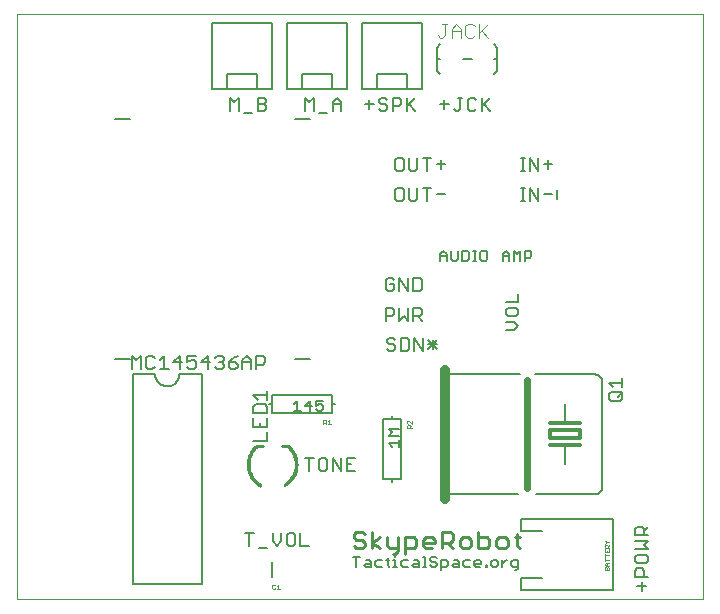
<source format=gto>
G75*
G70*
%OFA0B0*%
%FSLAX24Y24*%
%IPPOS*%
%LPD*%
%AMOC8*
5,1,8,0,0,1.08239X$1,22.5*
%
%ADD10C,0.0000*%
%ADD11C,0.0080*%
%ADD12C,0.0060*%
%ADD13C,0.0100*%
%ADD14C,0.0010*%
%ADD15C,0.0050*%
%ADD16C,0.0320*%
%ADD17C,0.0240*%
%ADD18C,0.0120*%
%ADD19C,0.0040*%
D10*
X000100Y010252D02*
X000100Y029748D01*
X022970Y029748D01*
X022970Y010252D01*
X000100Y010252D01*
D11*
X007703Y012463D02*
X007983Y012463D01*
X007843Y012463D02*
X007843Y012042D01*
X008163Y011972D02*
X008443Y011972D01*
X008623Y012182D02*
X008623Y012463D01*
X008623Y012182D02*
X008763Y012042D01*
X008904Y012182D01*
X008904Y012463D01*
X009084Y012393D02*
X009084Y012112D01*
X009154Y012042D01*
X009294Y012042D01*
X009364Y012112D01*
X009364Y012393D01*
X009294Y012463D01*
X009154Y012463D01*
X009084Y012393D01*
X009544Y012463D02*
X009544Y012042D01*
X009824Y012042D01*
X008600Y011502D02*
X008600Y011002D01*
X012300Y014252D02*
X012300Y016252D01*
X012600Y016252D01*
X012600Y016352D01*
X012600Y016252D02*
X012900Y016252D01*
X012900Y014252D01*
X012600Y014252D01*
X012600Y014152D01*
X012600Y014252D02*
X012300Y014252D01*
X011364Y014542D02*
X011084Y014542D01*
X011084Y014963D01*
X011364Y014963D01*
X011224Y014753D02*
X011084Y014753D01*
X010904Y014963D02*
X010904Y014542D01*
X010623Y014963D01*
X010623Y014542D01*
X010443Y014612D02*
X010443Y014893D01*
X010373Y014963D01*
X010233Y014963D01*
X010163Y014893D01*
X010163Y014612D01*
X010233Y014542D01*
X010373Y014542D01*
X010443Y014612D01*
X009983Y014963D02*
X009703Y014963D01*
X009843Y014963D02*
X009843Y014542D01*
X010600Y016452D02*
X008600Y016452D01*
X008600Y016752D01*
X008500Y016752D01*
X008600Y016752D02*
X008600Y017052D01*
X010600Y017052D01*
X010600Y016752D01*
X010700Y016752D01*
X010600Y016752D02*
X010600Y016452D01*
X009850Y018252D02*
X009350Y018252D01*
X012423Y018612D02*
X012493Y018542D01*
X012634Y018542D01*
X012704Y018612D01*
X012704Y018682D01*
X012634Y018753D01*
X012493Y018753D01*
X012423Y018823D01*
X012423Y018893D01*
X012493Y018963D01*
X012634Y018963D01*
X012704Y018893D01*
X012884Y018963D02*
X012884Y018542D01*
X013094Y018542D01*
X013164Y018612D01*
X013164Y018893D01*
X013094Y018963D01*
X012884Y018963D01*
X013344Y018963D02*
X013344Y018542D01*
X013624Y018542D02*
X013344Y018963D01*
X013624Y018963D02*
X013624Y018542D01*
X013805Y018612D02*
X014085Y018893D01*
X013945Y018893D02*
X013945Y018612D01*
X014085Y018612D02*
X013805Y018893D01*
X013805Y018753D02*
X014085Y018753D01*
X013585Y019542D02*
X013445Y019682D01*
X013515Y019682D02*
X013305Y019682D01*
X013305Y019542D02*
X013305Y019963D01*
X013515Y019963D01*
X013585Y019893D01*
X013585Y019753D01*
X013515Y019682D01*
X013124Y019542D02*
X013124Y019963D01*
X012844Y019963D02*
X012844Y019542D01*
X012984Y019682D01*
X013124Y019542D01*
X012664Y019753D02*
X012594Y019682D01*
X012384Y019682D01*
X012384Y019542D02*
X012384Y019963D01*
X012594Y019963D01*
X012664Y019893D01*
X012664Y019753D01*
X012594Y020542D02*
X012664Y020612D01*
X012664Y020753D01*
X012524Y020753D01*
X012664Y020893D02*
X012594Y020963D01*
X012454Y020963D01*
X012384Y020893D01*
X012384Y020612D01*
X012454Y020542D01*
X012594Y020542D01*
X012844Y020542D02*
X012844Y020963D01*
X013124Y020542D01*
X013124Y020963D01*
X013305Y020963D02*
X013515Y020963D01*
X013585Y020893D01*
X013585Y020612D01*
X013515Y020542D01*
X013305Y020542D01*
X013305Y020963D01*
X013373Y023542D02*
X013443Y023612D01*
X013443Y023963D01*
X013623Y023963D02*
X013904Y023963D01*
X013763Y023963D02*
X013763Y023542D01*
X014084Y023753D02*
X014364Y023753D01*
X014224Y024612D02*
X014224Y024893D01*
X014084Y024753D02*
X014364Y024753D01*
X013904Y024963D02*
X013623Y024963D01*
X013763Y024963D02*
X013763Y024542D01*
X013443Y024612D02*
X013443Y024963D01*
X013163Y024963D02*
X013163Y024612D01*
X013233Y024542D01*
X013373Y024542D01*
X013443Y024612D01*
X012983Y024612D02*
X012983Y024893D01*
X012913Y024963D01*
X012773Y024963D01*
X012703Y024893D01*
X012703Y024612D01*
X012773Y024542D01*
X012913Y024542D01*
X012983Y024612D01*
X012913Y023963D02*
X012983Y023893D01*
X012983Y023612D01*
X012913Y023542D01*
X012773Y023542D01*
X012703Y023612D01*
X012703Y023893D01*
X012773Y023963D01*
X012913Y023963D01*
X013163Y023963D02*
X013163Y023612D01*
X013233Y023542D01*
X013373Y023542D01*
X016890Y023542D02*
X017030Y023542D01*
X016960Y023542D02*
X016960Y023963D01*
X016890Y023963D02*
X017030Y023963D01*
X017197Y023963D02*
X017477Y023542D01*
X017477Y023963D01*
X017657Y023753D02*
X017938Y023753D01*
X018100Y023885D02*
X018100Y023605D01*
X017197Y023542D02*
X017197Y023963D01*
X017197Y024542D02*
X017197Y024963D01*
X017477Y024542D01*
X017477Y024963D01*
X017657Y024753D02*
X017938Y024753D01*
X017797Y024893D02*
X017797Y024612D01*
X017030Y024542D02*
X016890Y024542D01*
X016960Y024542D02*
X016960Y024963D01*
X016890Y024963D02*
X017030Y024963D01*
X015864Y026542D02*
X015654Y026753D01*
X015584Y026682D02*
X015864Y026963D01*
X015584Y026963D02*
X015584Y026542D01*
X015404Y026612D02*
X015333Y026542D01*
X015193Y026542D01*
X015123Y026612D01*
X015123Y026893D01*
X015193Y026963D01*
X015333Y026963D01*
X015404Y026893D01*
X014943Y026963D02*
X014803Y026963D01*
X014873Y026963D02*
X014873Y026612D01*
X014803Y026542D01*
X014733Y026542D01*
X014663Y026612D01*
X014483Y026753D02*
X014203Y026753D01*
X014343Y026893D02*
X014343Y026612D01*
X013364Y026542D02*
X013154Y026753D01*
X013084Y026682D02*
X013364Y026963D01*
X013084Y026963D02*
X013084Y026542D01*
X012904Y026753D02*
X012833Y026682D01*
X012623Y026682D01*
X012623Y026542D02*
X012623Y026963D01*
X012833Y026963D01*
X012904Y026893D01*
X012904Y026753D01*
X012443Y026682D02*
X012443Y026612D01*
X012373Y026542D01*
X012233Y026542D01*
X012163Y026612D01*
X012233Y026753D02*
X012373Y026753D01*
X012443Y026682D01*
X012443Y026893D02*
X012373Y026963D01*
X012233Y026963D01*
X012163Y026893D01*
X012163Y026823D01*
X012233Y026753D01*
X011983Y026753D02*
X011703Y026753D01*
X011843Y026893D02*
X011843Y026612D01*
X010904Y026542D02*
X010904Y026823D01*
X010763Y026963D01*
X010623Y026823D01*
X010623Y026542D01*
X010443Y026472D02*
X010163Y026472D01*
X009983Y026542D02*
X009983Y026963D01*
X009843Y026823D01*
X009703Y026963D01*
X009703Y026542D01*
X009850Y026252D02*
X009350Y026252D01*
X008404Y026612D02*
X008333Y026542D01*
X008123Y026542D01*
X008123Y026963D01*
X008333Y026963D01*
X008404Y026893D01*
X008404Y026823D01*
X008333Y026753D01*
X008123Y026753D01*
X008333Y026753D02*
X008404Y026682D01*
X008404Y026612D01*
X007943Y026472D02*
X007663Y026472D01*
X007483Y026542D02*
X007483Y026963D01*
X007343Y026823D01*
X007203Y026963D01*
X007203Y026542D01*
X003850Y026252D02*
X003350Y026252D01*
X010623Y026753D02*
X010904Y026753D01*
X014100Y027862D02*
X014210Y027752D01*
X014100Y027862D02*
X014100Y028252D01*
X014100Y028642D01*
X014210Y028752D01*
X014200Y028252D02*
X014100Y028252D01*
X014950Y028252D02*
X015250Y028252D01*
X016000Y028252D02*
X016100Y028252D01*
X016100Y028642D01*
X015990Y028752D01*
X016100Y028252D02*
X016100Y027862D01*
X015990Y027752D01*
X016810Y020431D02*
X016810Y020151D01*
X016390Y020151D01*
X016460Y019971D02*
X016390Y019900D01*
X016390Y019760D01*
X016460Y019690D01*
X016740Y019690D01*
X016810Y019760D01*
X016810Y019900D01*
X016740Y019971D01*
X016460Y019971D01*
X016390Y019510D02*
X016670Y019510D01*
X016810Y019370D01*
X016670Y019230D01*
X016390Y019230D01*
X016891Y012933D02*
X019962Y012933D01*
X019962Y010571D01*
X016891Y010571D01*
X016891Y010965D01*
X017600Y010965D01*
X017600Y012540D02*
X016891Y012540D01*
X016891Y012933D01*
X020702Y012594D02*
X020702Y012384D01*
X021123Y012384D01*
X020982Y012384D02*
X020982Y012594D01*
X020912Y012664D01*
X020772Y012664D01*
X020702Y012594D01*
X020982Y012524D02*
X021123Y012664D01*
X021123Y012204D02*
X020702Y012204D01*
X020702Y011924D02*
X021123Y011924D01*
X020982Y012064D01*
X021123Y012204D01*
X021052Y011743D02*
X020772Y011743D01*
X020702Y011673D01*
X020702Y011533D01*
X020772Y011463D01*
X021052Y011463D01*
X021123Y011533D01*
X021123Y011673D01*
X021052Y011743D01*
X020912Y011283D02*
X020772Y011283D01*
X020702Y011213D01*
X020702Y011003D01*
X021123Y011003D01*
X020982Y011003D02*
X020982Y011213D01*
X020912Y011283D01*
X020912Y010823D02*
X020912Y010542D01*
X020772Y010682D02*
X021052Y010682D01*
X003850Y018252D02*
X003350Y018252D01*
D12*
X003950Y017752D02*
X004700Y017752D01*
X004702Y017713D01*
X004708Y017674D01*
X004717Y017636D01*
X004730Y017599D01*
X004747Y017563D01*
X004767Y017530D01*
X004791Y017498D01*
X004817Y017469D01*
X004846Y017443D01*
X004878Y017419D01*
X004911Y017399D01*
X004947Y017382D01*
X004984Y017369D01*
X005022Y017360D01*
X005061Y017354D01*
X005100Y017352D01*
X005139Y017354D01*
X005178Y017360D01*
X005216Y017369D01*
X005253Y017382D01*
X005289Y017399D01*
X005322Y017419D01*
X005354Y017443D01*
X005383Y017469D01*
X005409Y017498D01*
X005433Y017530D01*
X005453Y017563D01*
X005470Y017599D01*
X005483Y017636D01*
X005492Y017674D01*
X005498Y017713D01*
X005500Y017752D01*
X006250Y017752D01*
X006250Y010752D01*
X003950Y010752D01*
X003950Y017752D01*
X009325Y016759D02*
X009438Y016873D01*
X009438Y016532D01*
X009325Y016532D02*
X009552Y016532D01*
X009693Y016703D02*
X009864Y016873D01*
X009864Y016532D01*
X009920Y016703D02*
X009693Y016703D01*
X010062Y016703D02*
X010175Y016759D01*
X010232Y016759D01*
X010289Y016703D01*
X010289Y016589D01*
X010232Y016532D01*
X010118Y016532D01*
X010062Y016589D01*
X010062Y016703D02*
X010062Y016873D01*
X010289Y016873D01*
X012480Y015941D02*
X012593Y015827D01*
X012480Y015714D01*
X012820Y015714D01*
X012820Y015573D02*
X012820Y015346D01*
X012820Y015459D02*
X012480Y015459D01*
X012593Y015346D01*
X012480Y015941D02*
X012820Y015941D01*
X014350Y017752D02*
X016850Y017752D01*
X017350Y017752D02*
X019350Y017752D01*
X019380Y017750D01*
X019410Y017745D01*
X019439Y017736D01*
X019466Y017723D01*
X019492Y017708D01*
X019516Y017689D01*
X019537Y017668D01*
X019556Y017644D01*
X019571Y017618D01*
X019584Y017591D01*
X019593Y017562D01*
X019598Y017532D01*
X019600Y017502D01*
X019600Y014002D01*
X019598Y013972D01*
X019593Y013942D01*
X019584Y013913D01*
X019571Y013886D01*
X019556Y013860D01*
X019537Y013836D01*
X019516Y013815D01*
X019492Y013796D01*
X019466Y013781D01*
X019439Y013768D01*
X019410Y013759D01*
X019380Y013754D01*
X019350Y013752D01*
X017400Y013752D01*
X016800Y013752D02*
X014350Y013752D01*
X014041Y011673D02*
X013927Y011673D01*
X013871Y011616D01*
X013871Y011559D01*
X013927Y011503D01*
X014041Y011503D01*
X014098Y011446D01*
X014098Y011389D01*
X014041Y011332D01*
X013927Y011332D01*
X013871Y011389D01*
X013739Y011332D02*
X013625Y011332D01*
X013682Y011332D02*
X013682Y011673D01*
X013625Y011673D01*
X013484Y011503D02*
X013484Y011332D01*
X013314Y011332D01*
X013257Y011389D01*
X013314Y011446D01*
X013484Y011446D01*
X013484Y011503D02*
X013427Y011559D01*
X013314Y011559D01*
X013115Y011559D02*
X012945Y011559D01*
X012889Y011503D01*
X012889Y011389D01*
X012945Y011332D01*
X013115Y011332D01*
X012756Y011332D02*
X012643Y011332D01*
X012700Y011332D02*
X012700Y011559D01*
X012643Y011559D01*
X012700Y011673D02*
X012700Y011729D01*
X012511Y011559D02*
X012397Y011559D01*
X012454Y011616D02*
X012454Y011389D01*
X012511Y011332D01*
X012256Y011332D02*
X012086Y011332D01*
X012029Y011389D01*
X012029Y011503D01*
X012086Y011559D01*
X012256Y011559D01*
X011888Y011503D02*
X011888Y011332D01*
X011718Y011332D01*
X011661Y011389D01*
X011718Y011446D01*
X011888Y011446D01*
X011888Y011503D02*
X011831Y011559D01*
X011718Y011559D01*
X011519Y011673D02*
X011293Y011673D01*
X011406Y011673D02*
X011406Y011332D01*
X014041Y011673D02*
X014098Y011616D01*
X014239Y011559D02*
X014409Y011559D01*
X014466Y011503D01*
X014466Y011389D01*
X014409Y011332D01*
X014239Y011332D01*
X014239Y011219D02*
X014239Y011559D01*
X014607Y011389D02*
X014664Y011332D01*
X014834Y011332D01*
X014834Y011503D01*
X014777Y011559D01*
X014664Y011559D01*
X014664Y011446D02*
X014834Y011446D01*
X014976Y011503D02*
X014976Y011389D01*
X015032Y011332D01*
X015203Y011332D01*
X015344Y011389D02*
X015401Y011332D01*
X015514Y011332D01*
X015571Y011446D02*
X015344Y011446D01*
X015344Y011503D02*
X015401Y011559D01*
X015514Y011559D01*
X015571Y011503D01*
X015571Y011446D01*
X015712Y011389D02*
X015769Y011389D01*
X015769Y011332D01*
X015712Y011332D01*
X015712Y011389D01*
X015896Y011389D02*
X015953Y011332D01*
X016067Y011332D01*
X016123Y011389D01*
X016123Y011503D01*
X016067Y011559D01*
X015953Y011559D01*
X015896Y011503D01*
X015896Y011389D01*
X016265Y011332D02*
X016265Y011559D01*
X016378Y011559D02*
X016435Y011559D01*
X016378Y011559D02*
X016265Y011446D01*
X016572Y011503D02*
X016572Y011389D01*
X016628Y011332D01*
X016799Y011332D01*
X016799Y011276D02*
X016799Y011559D01*
X016628Y011559D01*
X016572Y011503D01*
X016685Y011219D02*
X016742Y011219D01*
X016799Y011276D01*
X015344Y011389D02*
X015344Y011503D01*
X015203Y011559D02*
X015032Y011559D01*
X014976Y011503D01*
X014664Y011446D02*
X014607Y011389D01*
X018350Y014752D02*
X018350Y015382D01*
X018350Y016122D02*
X018350Y016752D01*
X017016Y021532D02*
X017016Y021873D01*
X017186Y021873D01*
X017243Y021816D01*
X017243Y021703D01*
X017186Y021646D01*
X017016Y021646D01*
X016875Y021532D02*
X016875Y021873D01*
X016761Y021759D01*
X016648Y021873D01*
X016648Y021532D01*
X016506Y021532D02*
X016506Y021759D01*
X016393Y021873D01*
X016280Y021759D01*
X016280Y021532D01*
X016280Y021703D02*
X016506Y021703D01*
X015770Y021816D02*
X015713Y021873D01*
X015600Y021873D01*
X015543Y021816D01*
X015543Y021589D01*
X015600Y021532D01*
X015713Y021532D01*
X015770Y021589D01*
X015770Y021816D01*
X015411Y021873D02*
X015297Y021873D01*
X015354Y021873D02*
X015354Y021532D01*
X015297Y021532D02*
X015411Y021532D01*
X015156Y021589D02*
X015156Y021816D01*
X015099Y021873D01*
X014929Y021873D01*
X014929Y021532D01*
X015099Y021532D01*
X015156Y021589D01*
X014788Y021589D02*
X014788Y021873D01*
X014561Y021873D02*
X014561Y021589D01*
X014618Y021532D01*
X014731Y021532D01*
X014788Y021589D01*
X014419Y021532D02*
X014419Y021759D01*
X014306Y021873D01*
X014192Y021759D01*
X014192Y021532D01*
X014192Y021703D02*
X014419Y021703D01*
D13*
X009110Y015372D02*
X008930Y015372D01*
X008290Y015372D02*
X008090Y015372D01*
X011313Y012419D02*
X011313Y012326D01*
X011406Y012233D01*
X011593Y012233D01*
X011686Y012139D01*
X011686Y012046D01*
X011593Y011952D01*
X011406Y011952D01*
X011313Y012046D01*
X011313Y012419D02*
X011406Y012513D01*
X011593Y012513D01*
X011686Y012419D01*
X011920Y012513D02*
X011920Y011952D01*
X011920Y012139D02*
X012200Y012326D01*
X012427Y012326D02*
X012427Y012046D01*
X012520Y011952D01*
X012800Y011952D01*
X012800Y011859D02*
X012707Y011766D01*
X012613Y011766D01*
X012800Y011859D02*
X012800Y012326D01*
X013034Y012326D02*
X013315Y012326D01*
X013408Y012233D01*
X013408Y012046D01*
X013315Y011952D01*
X013034Y011952D01*
X013034Y011766D02*
X013034Y012326D01*
X013642Y012233D02*
X013736Y012326D01*
X013922Y012326D01*
X014016Y012233D01*
X014016Y012139D01*
X013642Y012139D01*
X013642Y012046D02*
X013642Y012233D01*
X013642Y012046D02*
X013736Y011952D01*
X013922Y011952D01*
X014250Y011952D02*
X014250Y012513D01*
X014530Y012513D01*
X014623Y012419D01*
X014623Y012233D01*
X014530Y012139D01*
X014250Y012139D01*
X014437Y012139D02*
X014623Y011952D01*
X014858Y012046D02*
X014951Y011952D01*
X015138Y011952D01*
X015231Y012046D01*
X015231Y012233D01*
X015138Y012326D01*
X014951Y012326D01*
X014858Y012233D01*
X014858Y012046D01*
X015465Y011952D02*
X015746Y011952D01*
X015839Y012046D01*
X015839Y012233D01*
X015746Y012326D01*
X015465Y012326D01*
X015465Y012513D02*
X015465Y011952D01*
X016073Y012046D02*
X016166Y011952D01*
X016353Y011952D01*
X016447Y012046D01*
X016447Y012233D01*
X016353Y012326D01*
X016166Y012326D01*
X016073Y012233D01*
X016073Y012046D01*
X016681Y012326D02*
X016868Y012326D01*
X016774Y012419D02*
X016774Y012046D01*
X016868Y011952D01*
X012200Y011952D02*
X011920Y012139D01*
D14*
X008808Y010747D02*
X008808Y010597D01*
X008758Y010597D02*
X008858Y010597D01*
X008758Y010697D02*
X008808Y010747D01*
X008710Y010722D02*
X008685Y010747D01*
X008635Y010747D01*
X008610Y010722D01*
X008610Y010622D01*
X008635Y010597D01*
X008685Y010597D01*
X008710Y010622D01*
X009023Y014021D02*
X008978Y014099D01*
X008979Y014099D02*
X009023Y014127D01*
X009065Y014158D01*
X009105Y014191D01*
X009143Y014227D01*
X009178Y014266D01*
X009210Y014307D01*
X009240Y014351D01*
X009266Y014396D01*
X009289Y014443D01*
X009309Y014491D01*
X009325Y014541D01*
X009338Y014591D01*
X009347Y014643D01*
X009353Y014695D01*
X009355Y014747D01*
X009444Y014748D01*
X009445Y014747D01*
X009443Y014692D01*
X009437Y014638D01*
X009428Y014583D01*
X009415Y014530D01*
X009399Y014478D01*
X009380Y014426D01*
X009357Y014376D01*
X009331Y014328D01*
X009302Y014281D01*
X009270Y014237D01*
X009235Y014194D01*
X009197Y014154D01*
X009157Y014117D01*
X009115Y014082D01*
X009070Y014050D01*
X009024Y014021D01*
X009019Y014029D01*
X009065Y014057D01*
X009109Y014089D01*
X009151Y014124D01*
X009191Y014161D01*
X009228Y014200D01*
X009263Y014242D01*
X009294Y014286D01*
X009323Y014332D01*
X009349Y014380D01*
X009371Y014430D01*
X009391Y014480D01*
X009407Y014532D01*
X009419Y014585D01*
X009428Y014639D01*
X009434Y014693D01*
X009436Y014747D01*
X009427Y014747D01*
X009425Y014693D01*
X009419Y014640D01*
X009410Y014587D01*
X009398Y014535D01*
X009382Y014483D01*
X009363Y014433D01*
X009341Y014384D01*
X009315Y014337D01*
X009287Y014291D01*
X009255Y014248D01*
X009221Y014206D01*
X009185Y014167D01*
X009145Y014130D01*
X009104Y014096D01*
X009060Y014065D01*
X009015Y014036D01*
X009010Y014044D01*
X009058Y014074D01*
X009104Y014108D01*
X009147Y014144D01*
X009188Y014184D01*
X009226Y014226D01*
X009261Y014270D01*
X009293Y014317D01*
X009321Y014366D01*
X009346Y014417D01*
X009368Y014470D01*
X009385Y014523D01*
X009399Y014578D01*
X009409Y014634D01*
X009416Y014690D01*
X009418Y014747D01*
X009409Y014747D01*
X009407Y014691D01*
X009401Y014635D01*
X009391Y014580D01*
X009377Y014526D01*
X009359Y014473D01*
X009338Y014421D01*
X009313Y014370D01*
X009285Y014322D01*
X009254Y014276D01*
X009219Y014231D01*
X009182Y014190D01*
X009141Y014151D01*
X009099Y014115D01*
X009053Y014082D01*
X009006Y014052D01*
X009001Y014060D01*
X009048Y014089D01*
X009093Y014122D01*
X009135Y014158D01*
X009175Y014196D01*
X009212Y014237D01*
X009247Y014281D01*
X009278Y014327D01*
X009305Y014375D01*
X009330Y014424D01*
X009351Y014476D01*
X009368Y014528D01*
X009382Y014582D01*
X009392Y014637D01*
X009398Y014692D01*
X009400Y014747D01*
X009391Y014747D01*
X009389Y014692D01*
X009383Y014638D01*
X009373Y014584D01*
X009359Y014531D01*
X009342Y014479D01*
X009322Y014428D01*
X009297Y014379D01*
X009270Y014332D01*
X009239Y014286D01*
X009206Y014243D01*
X009169Y014202D01*
X009129Y014164D01*
X009087Y014129D01*
X009043Y014097D01*
X008997Y014068D01*
X008992Y014076D01*
X009038Y014104D01*
X009082Y014136D01*
X009123Y014171D01*
X009162Y014209D01*
X009199Y014249D01*
X009232Y014291D01*
X009262Y014336D01*
X009290Y014383D01*
X009313Y014432D01*
X009334Y014482D01*
X009351Y014533D01*
X009364Y014586D01*
X009374Y014639D01*
X009380Y014693D01*
X009382Y014747D01*
X009373Y014747D01*
X009371Y014694D01*
X009365Y014640D01*
X009355Y014588D01*
X009342Y014536D01*
X009325Y014485D01*
X009305Y014435D01*
X009282Y014387D01*
X009255Y014341D01*
X009225Y014297D01*
X009192Y014255D01*
X009156Y014215D01*
X009117Y014178D01*
X009076Y014143D01*
X009033Y014112D01*
X008988Y014083D01*
X008983Y014091D01*
X009028Y014119D01*
X009071Y014150D01*
X009111Y014184D01*
X009149Y014221D01*
X009185Y014260D01*
X009217Y014302D01*
X009247Y014346D01*
X009274Y014392D01*
X009297Y014439D01*
X009317Y014488D01*
X009334Y014538D01*
X009347Y014590D01*
X009356Y014642D01*
X009362Y014694D01*
X009364Y014747D01*
X007756Y014747D02*
X007846Y014747D01*
X007845Y014747D02*
X007847Y014693D01*
X007853Y014640D01*
X007863Y014587D01*
X007877Y014535D01*
X007894Y014484D01*
X007915Y014435D01*
X007939Y014387D01*
X007967Y014341D01*
X007998Y014297D01*
X008032Y014255D01*
X008068Y014216D01*
X008108Y014179D01*
X008150Y014146D01*
X008194Y014115D01*
X008240Y014088D01*
X008198Y014009D01*
X008149Y014037D01*
X008103Y014069D01*
X008058Y014104D01*
X008016Y014141D01*
X007976Y014182D01*
X007940Y014225D01*
X007906Y014270D01*
X007875Y014317D01*
X007848Y014367D01*
X007824Y014418D01*
X007803Y014470D01*
X007786Y014524D01*
X007773Y014579D01*
X007763Y014634D01*
X007757Y014691D01*
X007755Y014747D01*
X007764Y014747D01*
X007766Y014691D01*
X007772Y014636D01*
X007782Y014581D01*
X007795Y014526D01*
X007812Y014473D01*
X007832Y014421D01*
X007856Y014371D01*
X007883Y014322D01*
X007913Y014275D01*
X007947Y014230D01*
X007983Y014188D01*
X008022Y014148D01*
X008064Y014111D01*
X008108Y014076D01*
X008154Y014045D01*
X008202Y014017D01*
X008206Y014025D01*
X008159Y014053D01*
X008113Y014084D01*
X008070Y014118D01*
X008028Y014154D01*
X007990Y014194D01*
X007954Y014236D01*
X007921Y014280D01*
X007891Y014326D01*
X007864Y014375D01*
X007841Y014425D01*
X007820Y014476D01*
X007804Y014529D01*
X007791Y014582D01*
X007781Y014637D01*
X007775Y014692D01*
X007773Y014747D01*
X007782Y014747D01*
X007784Y014692D01*
X007790Y014638D01*
X007799Y014584D01*
X007812Y014531D01*
X007829Y014479D01*
X007849Y014428D01*
X007872Y014379D01*
X007899Y014331D01*
X007928Y014285D01*
X007961Y014241D01*
X007996Y014200D01*
X008035Y014161D01*
X008075Y014124D01*
X008118Y014091D01*
X008164Y014060D01*
X008211Y014033D01*
X008215Y014041D01*
X008168Y014068D01*
X008124Y014098D01*
X008081Y014131D01*
X008041Y014167D01*
X008003Y014206D01*
X007968Y014247D01*
X007936Y014290D01*
X007906Y014336D01*
X007880Y014383D01*
X007857Y014432D01*
X007837Y014482D01*
X007821Y014534D01*
X007808Y014586D01*
X007799Y014639D01*
X007793Y014693D01*
X007791Y014747D01*
X007800Y014747D01*
X007802Y014694D01*
X007808Y014641D01*
X007817Y014588D01*
X007830Y014536D01*
X007846Y014485D01*
X007865Y014435D01*
X007888Y014387D01*
X007914Y014340D01*
X007943Y014296D01*
X007975Y014253D01*
X008010Y014212D01*
X008047Y014174D01*
X008087Y014138D01*
X008129Y014105D01*
X008173Y014075D01*
X008219Y014048D01*
X008223Y014056D01*
X008178Y014083D01*
X008134Y014113D01*
X008093Y014145D01*
X008053Y014180D01*
X008016Y014218D01*
X007982Y014258D01*
X007950Y014301D01*
X007922Y014345D01*
X007896Y014391D01*
X007874Y014439D01*
X007854Y014488D01*
X007838Y014538D01*
X007826Y014590D01*
X007817Y014642D01*
X007811Y014694D01*
X007809Y014747D01*
X007818Y014747D01*
X007820Y014691D01*
X007827Y014636D01*
X007837Y014581D01*
X007851Y014527D01*
X007869Y014475D01*
X007890Y014423D01*
X007916Y014374D01*
X007944Y014326D01*
X007976Y014280D01*
X008011Y014237D01*
X008049Y014197D01*
X008090Y014159D01*
X008134Y014124D01*
X008180Y014093D01*
X008228Y014064D01*
X008232Y014072D01*
X008184Y014100D01*
X008139Y014131D01*
X008096Y014166D01*
X008056Y014203D01*
X008018Y014243D01*
X007983Y014286D01*
X007952Y014331D01*
X007923Y014378D01*
X007899Y014427D01*
X007877Y014478D01*
X007860Y014530D01*
X007846Y014583D01*
X007836Y014637D01*
X007829Y014692D01*
X007827Y014747D01*
X007836Y014747D01*
X007838Y014693D01*
X007844Y014639D01*
X007854Y014585D01*
X007868Y014533D01*
X007886Y014481D01*
X007907Y014431D01*
X007931Y014382D01*
X007959Y014336D01*
X007991Y014291D01*
X008025Y014249D01*
X008062Y014210D01*
X008102Y014173D01*
X008144Y014139D01*
X008189Y014108D01*
X008236Y014080D01*
X008056Y015397D02*
X008113Y015328D01*
X008113Y015329D02*
X008073Y015292D01*
X008035Y015253D01*
X008001Y015211D01*
X007969Y015167D01*
X007941Y015121D01*
X007916Y015072D01*
X007895Y015022D01*
X007877Y014971D01*
X007864Y014918D01*
X007854Y014865D01*
X007847Y014811D01*
X007845Y014757D01*
X007756Y014756D01*
X007755Y014757D01*
X007757Y014813D01*
X007763Y014869D01*
X007773Y014924D01*
X007786Y014979D01*
X007803Y015032D01*
X007823Y015085D01*
X007847Y015136D01*
X007874Y015185D01*
X007905Y015232D01*
X007938Y015277D01*
X007974Y015320D01*
X008013Y015360D01*
X008055Y015398D01*
X008061Y015391D01*
X008020Y015354D01*
X007981Y015314D01*
X007945Y015272D01*
X007912Y015227D01*
X007882Y015180D01*
X007855Y015132D01*
X007832Y015081D01*
X007811Y015029D01*
X007795Y014976D01*
X007782Y014922D01*
X007772Y014868D01*
X007766Y014813D01*
X007764Y014757D01*
X007773Y014757D01*
X007775Y014812D01*
X007781Y014867D01*
X007790Y014921D01*
X007803Y014974D01*
X007820Y015026D01*
X007840Y015078D01*
X007863Y015127D01*
X007890Y015176D01*
X007919Y015222D01*
X007952Y015266D01*
X007988Y015308D01*
X008026Y015347D01*
X008067Y015384D01*
X008072Y015377D01*
X008032Y015341D01*
X007994Y015302D01*
X007959Y015260D01*
X007927Y015217D01*
X007897Y015171D01*
X007871Y015123D01*
X007848Y015074D01*
X007828Y015024D01*
X007812Y014972D01*
X007799Y014919D01*
X007790Y014865D01*
X007784Y014811D01*
X007782Y014757D01*
X007791Y014757D01*
X007793Y014811D01*
X007799Y014864D01*
X007808Y014917D01*
X007821Y014969D01*
X007837Y015021D01*
X007856Y015071D01*
X007879Y015119D01*
X007905Y015166D01*
X007934Y015212D01*
X007966Y015255D01*
X008001Y015296D01*
X008038Y015334D01*
X008078Y015370D01*
X008084Y015363D01*
X008045Y015328D01*
X008008Y015290D01*
X007973Y015249D01*
X007942Y015206D01*
X007913Y015162D01*
X007887Y015115D01*
X007865Y015067D01*
X007845Y015018D01*
X007829Y014967D01*
X007817Y014915D01*
X007808Y014863D01*
X007802Y014810D01*
X007800Y014757D01*
X007809Y014757D01*
X007811Y014809D01*
X007817Y014862D01*
X007826Y014913D01*
X007838Y014964D01*
X007854Y015015D01*
X007873Y015064D01*
X007895Y015111D01*
X007921Y015157D01*
X007949Y015201D01*
X007980Y015243D01*
X008014Y015284D01*
X008051Y015321D01*
X008090Y015356D01*
X008096Y015350D01*
X008057Y015315D01*
X008021Y015277D01*
X007987Y015238D01*
X007956Y015196D01*
X007928Y015152D01*
X007903Y015107D01*
X007881Y015060D01*
X007862Y015012D01*
X007847Y014962D01*
X007834Y014912D01*
X007826Y014860D01*
X007820Y014809D01*
X007818Y014757D01*
X007827Y014757D01*
X007829Y014808D01*
X007834Y014859D01*
X007843Y014910D01*
X007855Y014960D01*
X007871Y015009D01*
X007889Y015056D01*
X007911Y015103D01*
X007936Y015148D01*
X007964Y015191D01*
X007994Y015232D01*
X008027Y015271D01*
X008063Y015308D01*
X008101Y015343D01*
X008107Y015336D01*
X008066Y015299D01*
X008028Y015259D01*
X007994Y015217D01*
X007962Y015172D01*
X007933Y015125D01*
X007908Y015076D01*
X007887Y015025D01*
X007869Y014974D01*
X007855Y014920D01*
X007845Y014866D01*
X007838Y014812D01*
X007836Y014757D01*
X009444Y014756D02*
X009354Y014756D01*
X009355Y014757D02*
X009353Y014811D01*
X009347Y014864D01*
X009337Y014917D01*
X009323Y014969D01*
X009306Y015020D01*
X009285Y015070D01*
X009261Y015118D01*
X009233Y015164D01*
X009202Y015208D01*
X009168Y015249D01*
X009131Y015289D01*
X009092Y015325D01*
X009149Y015393D01*
X009150Y015394D01*
X009191Y015356D01*
X009229Y015316D01*
X009265Y015273D01*
X009298Y015228D01*
X009328Y015181D01*
X009354Y015133D01*
X009378Y015082D01*
X009398Y015030D01*
X009414Y014977D01*
X009428Y014923D01*
X009437Y014868D01*
X009443Y014813D01*
X009445Y014757D01*
X009436Y014757D01*
X009434Y014812D01*
X009428Y014867D01*
X009419Y014921D01*
X009406Y014975D01*
X009389Y015027D01*
X009370Y015079D01*
X009346Y015129D01*
X009320Y015177D01*
X009290Y015223D01*
X009258Y015268D01*
X009223Y015310D01*
X009184Y015350D01*
X009144Y015387D01*
X009138Y015380D01*
X009178Y015343D01*
X009216Y015304D01*
X009251Y015262D01*
X009283Y015218D01*
X009312Y015172D01*
X009338Y015124D01*
X009361Y015075D01*
X009381Y015024D01*
X009397Y014972D01*
X009410Y014919D01*
X009419Y014866D01*
X009425Y014811D01*
X009427Y014757D01*
X009418Y014757D01*
X009416Y014811D01*
X009410Y014864D01*
X009401Y014917D01*
X009388Y014970D01*
X009372Y015021D01*
X009353Y015072D01*
X009330Y015120D01*
X009305Y015168D01*
X009276Y015213D01*
X009244Y015257D01*
X009209Y015298D01*
X009172Y015337D01*
X009132Y015373D01*
X009126Y015366D01*
X009166Y015330D01*
X009203Y015292D01*
X009237Y015251D01*
X009268Y015208D01*
X009297Y015163D01*
X009322Y015116D01*
X009345Y015068D01*
X009364Y015018D01*
X009380Y014967D01*
X009392Y014916D01*
X009401Y014863D01*
X009407Y014810D01*
X009409Y014757D01*
X009400Y014757D01*
X009398Y014810D01*
X009392Y014862D01*
X009383Y014914D01*
X009371Y014965D01*
X009355Y015015D01*
X009336Y015065D01*
X009314Y015112D01*
X009289Y015159D01*
X009261Y015203D01*
X009230Y015245D01*
X009196Y015286D01*
X009159Y015324D01*
X009121Y015359D01*
X009115Y015353D01*
X009153Y015317D01*
X009189Y015280D01*
X009223Y015240D01*
X009253Y015198D01*
X009281Y015154D01*
X009306Y015108D01*
X009328Y015061D01*
X009347Y015012D01*
X009362Y014963D01*
X009375Y014912D01*
X009383Y014861D01*
X009389Y014809D01*
X009391Y014757D01*
X009382Y014757D01*
X009380Y014813D01*
X009373Y014868D01*
X009363Y014923D01*
X009349Y014977D01*
X009331Y015030D01*
X009309Y015081D01*
X009284Y015131D01*
X009255Y015179D01*
X009223Y015224D01*
X009188Y015267D01*
X009150Y015308D01*
X009109Y015346D01*
X009103Y015339D01*
X009144Y015302D01*
X009181Y015261D01*
X009216Y015219D01*
X009248Y015174D01*
X009276Y015126D01*
X009301Y015077D01*
X009323Y015026D01*
X009340Y014974D01*
X009354Y014921D01*
X009364Y014867D01*
X009371Y014812D01*
X009373Y014757D01*
X009364Y014757D01*
X009362Y014811D01*
X009356Y014865D01*
X009346Y014919D01*
X009332Y014972D01*
X009314Y015023D01*
X009293Y015073D01*
X009268Y015122D01*
X009240Y015169D01*
X009209Y015213D01*
X009175Y015255D01*
X009137Y015295D01*
X009097Y015332D01*
X010310Y016097D02*
X010310Y016247D01*
X010385Y016247D01*
X010410Y016222D01*
X010410Y016172D01*
X010385Y016147D01*
X010310Y016147D01*
X010360Y016147D02*
X010410Y016097D01*
X010458Y016097D02*
X010558Y016097D01*
X010508Y016097D02*
X010508Y016247D01*
X010458Y016197D01*
X013105Y016185D02*
X013105Y016135D01*
X013130Y016110D01*
X013130Y016063D02*
X013180Y016063D01*
X013205Y016038D01*
X013205Y015963D01*
X013205Y016013D02*
X013255Y016063D01*
X013255Y016110D02*
X013155Y016210D01*
X013130Y016210D01*
X013105Y016185D01*
X013130Y016063D02*
X013105Y016038D01*
X013105Y015963D01*
X013255Y015963D01*
X013255Y016110D02*
X013255Y016210D01*
X019680Y012210D02*
X019705Y012210D01*
X019755Y012160D01*
X019830Y012160D01*
X019755Y012160D02*
X019705Y012110D01*
X019680Y012110D01*
X019705Y012063D02*
X019755Y012063D01*
X019780Y012038D01*
X019780Y011963D01*
X019780Y012013D02*
X019830Y012063D01*
X019830Y011963D02*
X019680Y011963D01*
X019680Y012038D01*
X019705Y012063D01*
X019680Y011915D02*
X019680Y011815D01*
X019830Y011815D01*
X019830Y011915D01*
X019755Y011865D02*
X019755Y011815D01*
X019680Y011768D02*
X019680Y011668D01*
X019680Y011621D02*
X019680Y011521D01*
X019680Y011571D02*
X019830Y011571D01*
X019830Y011473D02*
X019730Y011473D01*
X019680Y011423D01*
X019730Y011373D01*
X019830Y011373D01*
X019805Y011326D02*
X019830Y011301D01*
X019830Y011226D01*
X019680Y011226D01*
X019680Y011301D01*
X019705Y011326D01*
X019730Y011326D01*
X019755Y011301D01*
X019755Y011226D01*
X019755Y011301D02*
X019780Y011326D01*
X019805Y011326D01*
X019755Y011373D02*
X019755Y011473D01*
X019830Y011718D02*
X019680Y011718D01*
D15*
X019900Y016857D02*
X019825Y016932D01*
X019825Y017082D01*
X019900Y017157D01*
X020200Y017157D01*
X020275Y017082D01*
X020275Y016932D01*
X020200Y016857D01*
X019900Y016857D01*
X020125Y017007D02*
X020275Y017157D01*
X020275Y017317D02*
X020275Y017617D01*
X020275Y017467D02*
X019825Y017467D01*
X019975Y017317D01*
X008425Y017209D02*
X008425Y016909D01*
X008425Y017059D02*
X007975Y017059D01*
X008125Y016909D01*
X008050Y016748D02*
X008350Y016748D01*
X008425Y016673D01*
X008425Y016448D01*
X007975Y016448D01*
X007975Y016673D01*
X008050Y016748D01*
X007975Y016288D02*
X007975Y015988D01*
X008425Y015988D01*
X008425Y016288D01*
X008200Y016138D02*
X008200Y015988D01*
X008425Y015828D02*
X008425Y015527D01*
X007975Y015527D01*
X007908Y017927D02*
X007908Y018228D01*
X007758Y018378D01*
X007608Y018228D01*
X007608Y017927D01*
X007448Y018002D02*
X007373Y017927D01*
X007223Y017927D01*
X007148Y018002D01*
X007148Y018153D01*
X007373Y018153D01*
X007448Y018077D01*
X007448Y018002D01*
X007608Y018153D02*
X007908Y018153D01*
X008069Y018077D02*
X008294Y018077D01*
X008369Y018153D01*
X008369Y018303D01*
X008294Y018378D01*
X008069Y018378D01*
X008069Y017927D01*
X007448Y018378D02*
X007298Y018303D01*
X007148Y018153D01*
X006988Y018228D02*
X006913Y018153D01*
X006988Y018077D01*
X006988Y018002D01*
X006913Y017927D01*
X006762Y017927D01*
X006687Y018002D01*
X006837Y018153D02*
X006913Y018153D01*
X006988Y018228D02*
X006988Y018303D01*
X006913Y018378D01*
X006762Y018378D01*
X006687Y018303D01*
X006527Y018153D02*
X006227Y018153D01*
X006452Y018378D01*
X006452Y017927D01*
X006067Y018002D02*
X005992Y017927D01*
X005842Y017927D01*
X005767Y018002D01*
X005767Y018153D02*
X005917Y018228D01*
X005992Y018228D01*
X006067Y018153D01*
X006067Y018002D01*
X005767Y018153D02*
X005767Y018378D01*
X006067Y018378D01*
X005606Y018153D02*
X005306Y018153D01*
X005531Y018378D01*
X005531Y017927D01*
X005146Y017927D02*
X004846Y017927D01*
X004996Y017927D02*
X004996Y018378D01*
X004846Y018228D01*
X004686Y018303D02*
X004611Y018378D01*
X004460Y018378D01*
X004385Y018303D01*
X004385Y018002D01*
X004460Y017927D01*
X004611Y017927D01*
X004686Y018002D01*
X004225Y017927D02*
X004225Y018378D01*
X004075Y018228D01*
X003925Y018378D01*
X003925Y017927D01*
X006600Y027252D02*
X007100Y027252D01*
X007100Y027752D01*
X008100Y027752D01*
X008100Y027252D01*
X007100Y027252D01*
X006600Y027252D02*
X006600Y029452D01*
X008600Y029452D01*
X008600Y027252D01*
X008100Y027252D01*
X009100Y027252D02*
X009600Y027252D01*
X009600Y027752D01*
X010600Y027752D01*
X010600Y027252D01*
X009600Y027252D01*
X009100Y027252D02*
X009100Y029452D01*
X011100Y029452D01*
X011100Y027252D01*
X010600Y027252D01*
X011600Y027252D02*
X012100Y027252D01*
X012100Y027752D01*
X013100Y027752D01*
X013100Y027252D01*
X012100Y027252D01*
X011600Y027252D02*
X011600Y029452D01*
X013600Y029452D01*
X013600Y027252D01*
X013100Y027252D01*
D16*
X014350Y017902D02*
X014350Y017752D01*
X014350Y013752D01*
X014350Y013602D01*
D17*
X017100Y013952D02*
X017100Y017552D01*
D18*
X017850Y016122D02*
X018350Y016122D01*
X018850Y016122D01*
X018850Y015882D02*
X018850Y015632D01*
X017850Y015632D01*
X017850Y015882D01*
X018850Y015882D01*
X018850Y015382D02*
X018350Y015382D01*
X017850Y015382D01*
D19*
X015808Y028972D02*
X015578Y029203D01*
X015501Y029126D02*
X015808Y029433D01*
X015501Y029433D02*
X015501Y028972D01*
X015348Y029049D02*
X015271Y028972D01*
X015118Y028972D01*
X015041Y029049D01*
X015041Y029356D01*
X015118Y029433D01*
X015271Y029433D01*
X015348Y029356D01*
X014887Y029279D02*
X014887Y028972D01*
X014887Y029203D02*
X014580Y029203D01*
X014580Y029279D02*
X014734Y029433D01*
X014887Y029279D01*
X014580Y029279D02*
X014580Y028972D01*
X014350Y029049D02*
X014350Y029433D01*
X014273Y029433D02*
X014427Y029433D01*
X014350Y029049D02*
X014273Y028972D01*
X014197Y028972D01*
X014120Y029049D01*
M02*

</source>
